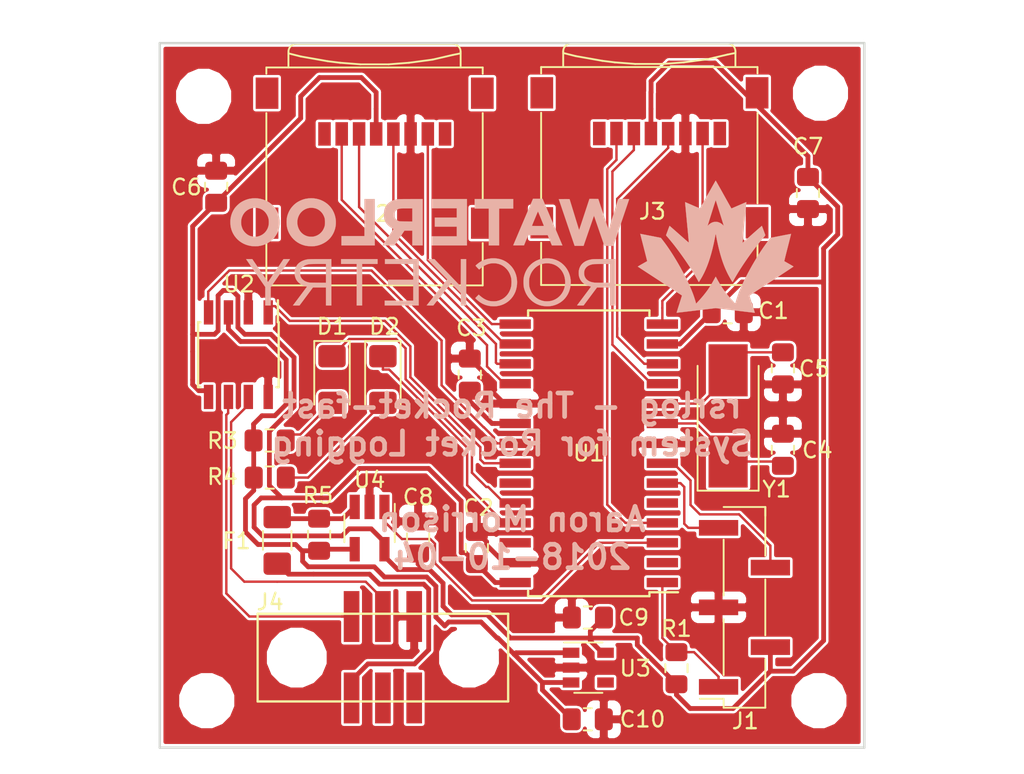
<source format=kicad_pcb>
(kicad_pcb (version 20171130) (host pcbnew 5.0.0)
  (layers (0 F.Cu signal) (31 B.Cu signal) (34 B.Paste user) (35 F.Paste user) (36 B.SilkS user) (37 F.SilkS user) (38 B.Mask user) (39 F.Mask user hide) (44 Edge.Cuts user))
  (net 0 "")
  (net 1 GND)
  (net 2 +3V3)
  (net 3 "Net-(C3-Pad1)")
  (net 4 /OSC1)
  (net 5 /OSC2)
  (net 6 +5V)
  (net 7 "Net-(D1-Pad2)")
  (net 8 "Net-(D1-Pad1)")
  (net 9 "Net-(D2-Pad1)")
  (net 10 "Net-(D2-Pad2)")
  (net 11 "Net-(F1-Pad1)")
  (net 12 "Net-(F1-Pad2)")
  (net 13 /ICSPDAT)
  (net 14 /~MCLR)
  (net 15 /ICSPCLK)
  (net 16 "Net-(J2-Pad9)")
  (net 17 "Net-(J2-Pad8)")
  (net 18 "Net-(J2-Pad1)")
  (net 19 "Net-(J3-Pad1)")
  (net 20 "Net-(J3-Pad8)")
  (net 21 "Net-(J3-Pad9)")
  (net 22 CANL)
  (net 23 "Net-(J4-Pad5)")
  (net 24 CANH)
  (net 25 CURR_AMP)
  (net 26 "Net-(U1-Pad5)")
  (net 27 /CANTX)
  (net 28 /CANRX)
  (net 29 "Net-(U3-Pad4)")
  (net 30 /SD1_CS)
  (net 31 /SD1_MOSI)
  (net 32 /SD1_SCLK)
  (net 33 /SD1_MISO)
  (net 34 /SD2_SCLK)
  (net 35 /SD2_MISO)
  (net 36 /SD2_MOSI)
  (net 37 /SD2_CS)
  (net 38 "Net-(U1-Pad23)")
  (net 39 "Net-(U1-Pad26)")
  (net 40 "Net-(U1-Pad2)")
  (module Capacitor_SMD:C_0805_2012Metric_Pad1.15x1.40mm_HandSolder (layer F.Cu) (at 100.25 82.25 270)
    (fp_text reference C2 (at -2.575 -0.1) (layer F.SilkS))
    (fp_text value 0.1u)
    (pad 1 smd roundrect (at -1.025 0 270) (size 1.15 1.4) (layers F.Cu F.Paste F.Mask) (roundrect_rratio 0.217391) (net 1 GND))
    (pad 2 smd roundrect (at 1.025 0 270) (size 1.15 1.4) (layers F.Cu F.Paste F.Mask) (roundrect_rratio 0.217391) (net 2 +3V3))
  )
  (module Connector_PinHeader_2.54mm:PinHeader_1x05_P2.54mm_Vertical_SMD_Pin1Right (layer F.Cu) (at 117.345 86.04 180)
    (fp_text reference J1 (at -0.055 -7.26 180) (layer F.SilkS))
    (fp_text value Conn_01x05_Female)
    (pad 2 smd rect (at -1.655 -2.54 180) (size 2.51 1) (layers F.Cu F.Paste F.Mask) (net 2 +3V3))
    (pad 4 smd rect (at -1.655 2.54 180) (size 2.51 1) (layers F.Cu F.Paste F.Mask) (net 13 /ICSPDAT))
    (pad 1 smd rect (at 1.655 -5.08 180) (size 2.51 1) (layers F.Cu F.Paste F.Mask) (net 14 /~MCLR))
    (pad 3 smd rect (at 1.655 0 180) (size 2.51 1) (layers F.Cu F.Paste F.Mask) (net 1 GND))
    (pad 5 smd rect (at 1.655 5.08 180) (size 2.51 1) (layers F.Cu F.Paste F.Mask) (net 15 /ICSPCLK))
  )
  (module Package_SO:SOIC-28W_7.5x17.9mm_P1.27mm (layer F.Cu) (at 107.4 76.2 180)
    (fp_text reference U1 (at 0 0 180) (layer F.SilkS))
    (fp_text value DSPIC33EP512GP502)
    (pad 1 smd rect (at -4.7 -8.255 180) (size 2 0.6) (layers F.Cu F.Paste F.Mask) (net 14 /~MCLR))
    (pad 2 smd rect (at -4.7 -6.985 180) (size 2 0.6) (layers F.Cu F.Paste F.Mask) (net 40 "Net-(U1-Pad2)"))
    (pad 3 smd rect (at -4.7 -5.715 180) (size 2 0.6) (layers F.Cu F.Paste F.Mask) (net 25 CURR_AMP))
    (pad 4 smd rect (at -4.7 -4.445 180) (size 2 0.6) (layers F.Cu F.Paste F.Mask) (net 37 /SD2_CS))
    (pad 5 smd rect (at -4.7 -3.175 180) (size 2 0.6) (layers F.Cu F.Paste F.Mask) (net 26 "Net-(U1-Pad5)"))
    (pad 6 smd rect (at -4.7 -1.905 180) (size 2 0.6) (layers F.Cu F.Paste F.Mask) (net 15 /ICSPCLK))
    (pad 7 smd rect (at -4.7 -0.635 180) (size 2 0.6) (layers F.Cu F.Paste F.Mask) (net 13 /ICSPDAT))
    (pad 8 smd rect (at -4.7 0.635 180) (size 2 0.6) (layers F.Cu F.Paste F.Mask) (net 1 GND))
    (pad 9 smd rect (at -4.7 1.905 180) (size 2 0.6) (layers F.Cu F.Paste F.Mask) (net 4 /OSC1))
    (pad 10 smd rect (at -4.7 3.175 180) (size 2 0.6) (layers F.Cu F.Paste F.Mask) (net 5 /OSC2))
    (pad 11 smd rect (at -4.7 4.445 180) (size 2 0.6) (layers F.Cu F.Paste F.Mask) (net 36 /SD2_MOSI))
    (pad 12 smd rect (at -4.7 5.715 180) (size 2 0.6) (layers F.Cu F.Paste F.Mask) (net 35 /SD2_MISO))
    (pad 13 smd rect (at -4.7 6.985 180) (size 2 0.6) (layers F.Cu F.Paste F.Mask) (net 2 +3V3))
    (pad 14 smd rect (at -4.7 8.255 180) (size 2 0.6) (layers F.Cu F.Paste F.Mask) (net 34 /SD2_SCLK))
    (pad 15 smd rect (at 4.7 8.255 180) (size 2 0.6) (layers F.Cu F.Paste F.Mask) (net 33 /SD1_MISO))
    (pad 16 smd rect (at 4.7 6.985 180) (size 2 0.6) (layers F.Cu F.Paste F.Mask) (net 32 /SD1_SCLK))
    (pad 17 smd rect (at 4.7 5.715 180) (size 2 0.6) (layers F.Cu F.Paste F.Mask) (net 31 /SD1_MOSI))
    (pad 18 smd rect (at 4.7 4.445 180) (size 2 0.6) (layers F.Cu F.Paste F.Mask) (net 30 /SD1_CS))
    (pad 19 smd rect (at 4.7 3.175 180) (size 2 0.6) (layers F.Cu F.Paste F.Mask) (net 1 GND))
    (pad 20 smd rect (at 4.7 1.905 180) (size 2 0.6) (layers F.Cu F.Paste F.Mask) (net 3 "Net-(C3-Pad1)"))
    (pad 21 smd rect (at 4.7 0.635 180) (size 2 0.6) (layers F.Cu F.Paste F.Mask) (net 28 /CANRX))
    (pad 22 smd rect (at 4.7 -0.635 180) (size 2 0.6) (layers F.Cu F.Paste F.Mask) (net 27 /CANTX))
    (pad 23 smd rect (at 4.7 -1.905 180) (size 2 0.6) (layers F.Cu F.Paste F.Mask) (net 38 "Net-(U1-Pad23)"))
    (pad 24 smd rect (at 4.7 -3.175 180) (size 2 0.6) (layers F.Cu F.Paste F.Mask) (net 8 "Net-(D1-Pad1)"))
    (pad 25 smd rect (at 4.7 -4.445 180) (size 2 0.6) (layers F.Cu F.Paste F.Mask) (net 9 "Net-(D2-Pad1)"))
    (pad 26 smd rect (at 4.7 -5.715 180) (size 2 0.6) (layers F.Cu F.Paste F.Mask) (net 39 "Net-(U1-Pad26)"))
    (pad 27 smd rect (at 4.7 -6.985 180) (size 2 0.6) (layers F.Cu F.Paste F.Mask) (net 1 GND))
    (pad 28 smd rect (at 4.7 -8.255 180) (size 2 0.6) (layers F.Cu F.Paste F.Mask) (net 2 +3V3))
  )
  (module canhw_footprints:microSD_Molex_WM6698CT-ND (layer F.Cu) (at 118.15 53.175 180)
    (fp_text reference J3 (at 6.69 -7.58 180) (layer F.SilkS))
    (fp_text value Micro_SD_Card)
    (pad 9 smd rect (at 0 0) (size 1.45 2) (layers F.Cu F.Paste F.Mask) (net 21 "Net-(J3-Pad9)"))
    (pad 9 smd rect (at 13.75 0) (size 1.45 2) (layers F.Cu F.Paste F.Mask) (net 21 "Net-(J3-Pad9)"))
    (pad 9 smd rect (at 13.75 -8.3) (size 1.45 2) (layers F.Cu F.Paste F.Mask) (net 21 "Net-(J3-Pad9)"))
    (pad 9 smd rect (at 0 -8.3) (size 1.45 2) (layers F.Cu F.Paste F.Mask) (net 21 "Net-(J3-Pad9)"))
    (pad 8 smd rect (at 2.38 -2.6) (size 0.8 1.5) (layers F.Cu F.Paste F.Mask) (net 20 "Net-(J3-Pad8)"))
    (pad 7 smd rect (at 3.48 -2.6) (size 0.8 1.5) (layers F.Cu F.Paste F.Mask) (net 34 /SD2_SCLK))
    (pad 6 smd rect (at 4.58 -2.6) (size 0.8 1.5) (layers F.Cu F.Paste F.Mask) (net 1 GND))
    (pad 5 smd rect (at 5.68 -2.61) (size 0.8 1.5) (layers F.Cu F.Paste F.Mask) (net 35 /SD2_MISO))
    (pad 4 smd rect (at 6.78 -2.6) (size 0.8 1.5) (layers F.Cu F.Paste F.Mask) (net 2 +3V3))
    (pad 3 smd rect (at 7.87 -2.6) (size 0.8 1.5) (layers F.Cu F.Paste F.Mask) (net 36 /SD2_MOSI))
    (pad 2 smd rect (at 8.98 -2.6) (size 0.8 1.5) (layers F.Cu F.Paste F.Mask) (net 37 /SD2_CS))
    (pad 1 smd rect (at 10.08 -2.6) (size 0.8 1.5) (layers F.Cu F.Paste F.Mask) (net 19 "Net-(J3-Pad1)"))
  )
  (module Package_TO_SOT_SMD:SOT-23-5_HandSoldering (layer F.Cu) (at 93.4 80.975 270)
    (fp_text reference U4 (at -3.075 0) (layer F.SilkS))
    (fp_text value INA180)
    (pad 1 smd rect (at -1.35 -0.95 270) (size 1.56 0.65) (layers F.Cu F.Paste F.Mask) (net 25 CURR_AMP))
    (pad 2 smd rect (at -1.35 0 270) (size 1.56 0.65) (layers F.Cu F.Paste F.Mask) (net 1 GND))
    (pad 3 smd rect (at -1.35 0.95 270) (size 1.56 0.65) (layers F.Cu F.Paste F.Mask) (net 11 "Net-(F1-Pad1)"))
    (pad 4 smd rect (at 1.35 0.95 270) (size 1.56 0.65) (layers F.Cu F.Paste F.Mask) (net 6 +5V))
    (pad 5 smd rect (at 1.35 -0.95 270) (size 1.56 0.65) (layers F.Cu F.Paste F.Mask) (net 2 +3V3))
  )
  (module Package_SO:SOIC-8_3.9x4.9mm_P1.27mm (layer F.Cu) (at 85.02 69.9 270)
    (fp_text reference U2 (at -4.5 -0.035) (layer F.SilkS))
    (fp_text value MCP2562)
    (pad 1 smd rect (at -2.7 -1.905 270) (size 1.55 0.6) (layers F.Cu F.Paste F.Mask) (net 27 /CANTX))
    (pad 2 smd rect (at -2.7 -0.635 270) (size 1.55 0.6) (layers F.Cu F.Paste F.Mask) (net 1 GND))
    (pad 3 smd rect (at -2.7 0.635 270) (size 1.55 0.6) (layers F.Cu F.Paste F.Mask) (net 6 +5V))
    (pad 4 smd rect (at -2.7 1.905 270) (size 1.55 0.6) (layers F.Cu F.Paste F.Mask) (net 28 /CANRX))
    (pad 5 smd rect (at 2.7 1.905 270) (size 1.55 0.6) (layers F.Cu F.Paste F.Mask) (net 2 +3V3))
    (pad 6 smd rect (at 2.7 0.635 270) (size 1.55 0.6) (layers F.Cu F.Paste F.Mask) (net 22 CANL))
    (pad 7 smd rect (at 2.7 -0.635 270) (size 1.55 0.6) (layers F.Cu F.Paste F.Mask) (net 24 CANH))
    (pad 8 smd rect (at 2.7 -1.905 270) (size 1.55 0.6) (layers F.Cu F.Paste F.Mask) (net 1 GND))
  )
  (module MountingHole:MountingHole_3.2mm_M3_ISO7380 (layer F.Cu) (at 122.1 92)
    (fp_text reference REF** hide)
    (fp_text value MountingHole_3.2mm_M3_ISO7380)
    (pad 1 np_thru_hole circle (at 0 0) (size 3.2 3.2) (drill 3.2) (layers *.Cu *.Mask))
  )
  (module Fuse:Fuse_1206_3216Metric_Pad1.42x1.75mm_HandSolder (layer F.Cu) (at 87.5 81.7625 270)
    (fp_text reference F1 (at 0.0375 2.6) (layer F.SilkS))
    (fp_text value Polyfuse)
    (pad 1 smd roundrect (at -1.4875 0 270) (size 1.425 1.75) (layers F.Cu F.Paste F.Mask) (roundrect_rratio 0.175439) (net 11 "Net-(F1-Pad1)"))
    (pad 2 smd roundrect (at 1.4875 0 270) (size 1.425 1.75) (layers F.Cu F.Paste F.Mask) (roundrect_rratio 0.175439) (net 12 "Net-(F1-Pad2)"))
  )
  (module Capacitor_SMD:C_0805_2012Metric_Pad1.15x1.40mm_HandSolder (layer F.Cu) (at 83.6 59.175 90)
    (fp_text reference C6 (at -0.025 -1.9 180) (layer F.SilkS))
    (fp_text value 4.7uF)
    (pad 2 smd roundrect (at 1.025 0 90) (size 1.15 1.4) (layers F.Cu F.Paste F.Mask) (roundrect_rratio 0.217391) (net 1 GND))
    (pad 1 smd roundrect (at -1.025 0 90) (size 1.15 1.4) (layers F.Cu F.Paste F.Mask) (roundrect_rratio 0.217391) (net 2 +3V3))
  )
  (module Capacitor_SMD:C_0805_2012Metric_Pad1.15x1.40mm_HandSolder (layer F.Cu) (at 107.345 86.69)
    (fp_text reference C9 (at 2.925 0) (layer F.SilkS))
    (fp_text value 4.7u)
    (pad 1 smd roundrect (at -1.025 0) (size 1.15 1.4) (layers F.Cu F.Paste F.Mask) (roundrect_rratio 0.217391) (net 1 GND))
    (pad 2 smd roundrect (at 1.025 0) (size 1.15 1.4) (layers F.Cu F.Paste F.Mask) (roundrect_rratio 0.217391) (net 2 +3V3))
  )
  (module Package_TO_SOT_SMD:SOT-23-5 (layer F.Cu) (at 107.37 89.89)
    (fp_text reference U3 (at 3 0.05) (layer F.SilkS))
    (fp_text value AP2114H-3.3)
    (pad 1 smd rect (at -1.1 -0.95) (size 1.06 0.65) (layers F.Cu F.Paste F.Mask) (net 6 +5V))
    (pad 2 smd rect (at -1.1 0) (size 1.06 0.65) (layers F.Cu F.Paste F.Mask) (net 1 GND))
    (pad 3 smd rect (at -1.1 0.95) (size 1.06 0.65) (layers F.Cu F.Paste F.Mask) (net 6 +5V))
    (pad 4 smd rect (at 1.1 0.95) (size 1.06 0.65) (layers F.Cu F.Paste F.Mask) (net 29 "Net-(U3-Pad4)"))
    (pad 5 smd rect (at 1.1 -0.95) (size 1.06 0.65) (layers F.Cu F.Paste F.Mask) (net 2 +3V3))
  )
  (module Capacitor_SMD:C_0805_2012Metric_Pad1.15x1.40mm_HandSolder (layer F.Cu) (at 107.335 93.19 180)
    (fp_text reference C10 (at -3.5 0 180) (layer F.SilkS))
    (fp_text value 4.7u)
    (pad 2 smd roundrect (at 1.025 0 180) (size 1.15 1.4) (layers F.Cu F.Paste F.Mask) (roundrect_rratio 0.217391) (net 6 +5V))
    (pad 1 smd roundrect (at -1.025 0 180) (size 1.15 1.4) (layers F.Cu F.Paste F.Mask) (roundrect_rratio 0.217391) (net 1 GND))
  )
  (module Capacitor_SMD:C_0805_2012Metric_Pad1.15x1.40mm_HandSolder (layer F.Cu) (at 116.275 67.19)
    (fp_text reference C1 (at 2.925 -0.09 180) (layer F.SilkS))
    (fp_text value 0.1u)
    (pad 1 smd roundrect (at -1.025 0) (size 1.15 1.4) (layers F.Cu F.Paste F.Mask) (roundrect_rratio 0.217391) (net 2 +3V3))
    (pad 2 smd roundrect (at 1.025 0) (size 1.15 1.4) (layers F.Cu F.Paste F.Mask) (roundrect_rratio 0.217391) (net 1 GND))
  )
  (module Capacitor_SMD:C_0805_2012Metric_Pad1.15x1.40mm_HandSolder (layer F.Cu) (at 99.8 71.175 90)
    (fp_text reference C3 (at 2.975 0.1 180) (layer F.SilkS))
    (fp_text value 10u)
    (pad 1 smd roundrect (at -1.025 0 90) (size 1.15 1.4) (layers F.Cu F.Paste F.Mask) (roundrect_rratio 0.217391) (net 3 "Net-(C3-Pad1)"))
    (pad 2 smd roundrect (at 1.025 0 90) (size 1.15 1.4) (layers F.Cu F.Paste F.Mask) (roundrect_rratio 0.217391) (net 1 GND))
  )
  (module Capacitor_SMD:C_0805_2012Metric_Pad1.15x1.40mm_HandSolder (layer F.Cu) (at 119.8 75.975 90)
    (fp_text reference C4 (at -0.025 2.2 180) (layer F.SilkS))
    (fp_text value C_Small)
    (pad 1 smd roundrect (at -1.025 0 90) (size 1.15 1.4) (layers F.Cu F.Paste F.Mask) (roundrect_rratio 0.217391) (net 4 /OSC1))
    (pad 2 smd roundrect (at 1.025 0 90) (size 1.15 1.4) (layers F.Cu F.Paste F.Mask) (roundrect_rratio 0.217391) (net 1 GND))
  )
  (module Capacitor_SMD:C_0805_2012Metric_Pad1.15x1.40mm_HandSolder (layer F.Cu) (at 119.8 70.775 270)
    (fp_text reference C5 (at 0.025 -2) (layer F.SilkS))
    (fp_text value C_Small)
    (pad 2 smd roundrect (at 1.025 0 270) (size 1.15 1.4) (layers F.Cu F.Paste F.Mask) (roundrect_rratio 0.217391) (net 1 GND))
    (pad 1 smd roundrect (at -1.025 0 270) (size 1.15 1.4) (layers F.Cu F.Paste F.Mask) (roundrect_rratio 0.217391) (net 5 /OSC2))
  )
  (module Capacitor_SMD:C_0805_2012Metric_Pad1.15x1.40mm_HandSolder (layer F.Cu) (at 121.4 59.575 270)
    (fp_text reference C7 (at -2.975 0) (layer F.SilkS))
    (fp_text value 4.7uF)
    (pad 2 smd roundrect (at 1.025 0 270) (size 1.15 1.4) (layers F.Cu F.Paste F.Mask) (roundrect_rratio 0.217391) (net 1 GND))
    (pad 1 smd roundrect (at -1.025 0 270) (size 1.15 1.4) (layers F.Cu F.Paste F.Mask) (roundrect_rratio 0.217391) (net 2 +3V3))
  )
  (module Capacitor_SMD:C_0805_2012Metric_Pad1.15x1.40mm_HandSolder (layer F.Cu) (at 96.5 81.575 270)
    (fp_text reference C8 (at -2.575 0) (layer F.SilkS))
    (fp_text value 0.1u)
    (pad 2 smd roundrect (at 1.025 0 270) (size 1.15 1.4) (layers F.Cu F.Paste F.Mask) (roundrect_rratio 0.217391) (net 2 +3V3))
    (pad 1 smd roundrect (at -1.025 0 270) (size 1.15 1.4) (layers F.Cu F.Paste F.Mask) (roundrect_rratio 0.217391) (net 1 GND))
  )
  (module LED_SMD:LED_1206_3216Metric_Pad1.42x1.75mm_HandSolder (layer F.Cu) (at 91 71.4875 270)
    (fp_text reference D1 (at -3.3875 0) (layer F.SilkS))
    (fp_text value DEBUG1)
    (pad 2 smd roundrect (at 1.4875 0 270) (size 1.425 1.75) (layers F.Cu F.Paste F.Mask) (roundrect_rratio 0.175439) (net 7 "Net-(D1-Pad2)"))
    (pad 1 smd roundrect (at -1.4875 0 270) (size 1.425 1.75) (layers F.Cu F.Paste F.Mask) (roundrect_rratio 0.175439) (net 8 "Net-(D1-Pad1)"))
  )
  (module LED_SMD:LED_1206_3216Metric_Pad1.42x1.75mm_HandSolder (layer F.Cu) (at 94.25 71.4875 270)
    (fp_text reference D2 (at -3.3875 -0.1) (layer F.SilkS))
    (fp_text value DEBUG2)
    (pad 1 smd roundrect (at -1.4875 0 270) (size 1.425 1.75) (layers F.Cu F.Paste F.Mask) (roundrect_rratio 0.175439) (net 9 "Net-(D2-Pad1)"))
    (pad 2 smd roundrect (at 1.4875 0 270) (size 1.425 1.75) (layers F.Cu F.Paste F.Mask) (roundrect_rratio 0.175439) (net 10 "Net-(D2-Pad2)"))
  )
  (module canhw_footprints:microSD_Molex_WM6698CT-ND (layer F.Cu) (at 100.6 53.2 180)
    (fp_text reference J2 (at 6.73 -7.69) (layer F.SilkS))
    (fp_text value Micro_SD_Card)
    (pad 1 smd rect (at 10.08 -2.6) (size 0.8 1.5) (layers F.Cu F.Paste F.Mask) (net 18 "Net-(J2-Pad1)"))
    (pad 2 smd rect (at 8.98 -2.6) (size 0.8 1.5) (layers F.Cu F.Paste F.Mask) (net 30 /SD1_CS))
    (pad 3 smd rect (at 7.87 -2.6) (size 0.8 1.5) (layers F.Cu F.Paste F.Mask) (net 31 /SD1_MOSI))
    (pad 4 smd rect (at 6.78 -2.6) (size 0.8 1.5) (layers F.Cu F.Paste F.Mask) (net 2 +3V3))
    (pad 5 smd rect (at 5.68 -2.61) (size 0.8 1.5) (layers F.Cu F.Paste F.Mask) (net 32 /SD1_SCLK))
    (pad 6 smd rect (at 4.58 -2.6) (size 0.8 1.5) (layers F.Cu F.Paste F.Mask) (net 1 GND))
    (pad 7 smd rect (at 3.48 -2.6) (size 0.8 1.5) (layers F.Cu F.Paste F.Mask) (net 33 /SD1_MISO))
    (pad 8 smd rect (at 2.38 -2.6) (size 0.8 1.5) (layers F.Cu F.Paste F.Mask) (net 17 "Net-(J2-Pad8)"))
    (pad 9 smd rect (at 0 -8.3) (size 1.45 2) (layers F.Cu F.Paste F.Mask) (net 16 "Net-(J2-Pad9)"))
    (pad 9 smd rect (at 13.75 -8.3) (size 1.45 2) (layers F.Cu F.Paste F.Mask) (net 16 "Net-(J2-Pad9)"))
    (pad 9 smd rect (at 13.75 0) (size 1.45 2) (layers F.Cu F.Paste F.Mask) (net 16 "Net-(J2-Pad9)"))
    (pad 9 smd rect (at 0 0) (size 1.45 2) (layers F.Cu F.Paste F.Mask) (net 16 "Net-(J2-Pad9)"))
  )
  (module canhw_footprints:connector_Harwin_M80-4120642-ND (layer F.Cu) (at 94.25 85 180)
    (fp_text reference J4 (at 7.2 -0.7 180) (layer F.SilkS))
    (fp_text value "BUS CONN")
    (pad 3 smd rect (at -2 -1.625) (size 1 3.25) (layers F.Cu F.Paste F.Mask) (net 1 GND))
    (pad 2 smd rect (at 0 -1.625) (size 1 3.25) (layers F.Cu F.Paste F.Mask) (net 24 CANH))
    (pad 1 smd rect (at 2 -1.625) (size 1 3.25) (layers F.Cu F.Paste F.Mask) (net 22 CANL))
    (pad 6 smd rect (at -2 -6.825) (size 1 3.25) (layers F.Cu F.Paste F.Mask))
    (pad 5 smd rect (at 0 -6.825) (size 1 3.25) (layers F.Cu F.Paste F.Mask) (net 23 "Net-(J4-Pad5)"))
    (pad 4 smd rect (at 2 -6.825) (size 1 3.25) (layers F.Cu F.Paste F.Mask) (net 12 "Net-(F1-Pad2)"))
    (pad "" np_thru_hole circle (at 5.5 -4.25) (size 3.5 3.5) (drill 3.5) (layers *.Cu *.Mask))
    (pad "" np_thru_hole circle (at -5.5 -4.25) (size 3.5 3.5) (drill 3.5) (layers *.Cu *.Mask))
  )
  (module Resistor_SMD:R_0805_2012Metric_Pad1.15x1.40mm_HandSolder (layer F.Cu) (at 113 89.925 90)
    (fp_text reference R1 (at 2.525 0 180) (layer F.SilkS))
    (fp_text value 10K)
    (pad 1 smd roundrect (at -1.025 0 90) (size 1.15 1.4) (layers F.Cu F.Paste F.Mask) (roundrect_rratio 0.217391) (net 2 +3V3))
    (pad 2 smd roundrect (at 1.025 0 90) (size 1.15 1.4) (layers F.Cu F.Paste F.Mask) (roundrect_rratio 0.217391) (net 14 /~MCLR))
  )
  (module Resistor_SMD:R_0805_2012Metric_Pad1.15x1.40mm_HandSolder (layer F.Cu) (at 87.015 75.38)
    (fp_text reference R3 (at -3.015 0.02 180) (layer F.SilkS))
    (fp_text value 330)
    (pad 2 smd roundrect (at 1.025 0) (size 1.15 1.4) (layers F.Cu F.Paste F.Mask) (roundrect_rratio 0.217391) (net 7 "Net-(D1-Pad2)"))
    (pad 1 smd roundrect (at -1.025 0) (size 1.15 1.4) (layers F.Cu F.Paste F.Mask) (roundrect_rratio 0.217391) (net 6 +5V))
  )
  (module Resistor_SMD:R_0805_2012Metric_Pad1.15x1.40mm_HandSolder (layer F.Cu) (at 87.025 77.75)
    (fp_text reference R4 (at -3.025 -0.05 180) (layer F.SilkS))
    (fp_text value 330)
    (pad 1 smd roundrect (at -1.025 0) (size 1.15 1.4) (layers F.Cu F.Paste F.Mask) (roundrect_rratio 0.217391) (net 6 +5V))
    (pad 2 smd roundrect (at 1.025 0) (size 1.15 1.4) (layers F.Cu F.Paste F.Mask) (roundrect_rratio 0.217391) (net 10 "Net-(D2-Pad2)"))
  )
  (module Resistor_SMD:R_0805_2012Metric_Pad1.15x1.40mm_HandSolder (layer F.Cu) (at 90.175 81.4 90)
    (fp_text reference R5 (at 2.5 -0.075 180) (layer F.SilkS))
    (fp_text value 62mOhm)
    (pad 2 smd roundrect (at 1.025 0 90) (size 1.15 1.4) (layers F.Cu F.Paste F.Mask) (roundrect_rratio 0.217391) (net 11 "Net-(F1-Pad1)"))
    (pad 1 smd roundrect (at -1.025 0 90) (size 1.15 1.4) (layers F.Cu F.Paste F.Mask) (roundrect_rratio 0.217391) (net 6 +5V))
  )
  (module Crystal:Crystal_SMD_0603-2Pin_6.0x3.5mm_HandSoldering (layer F.Cu) (at 116.3 73.8125 90)
    (fp_text reference Y1 (at -4.6875 3.1 180) (layer F.SilkS))
    (fp_text value Crystal)
    (pad 1 smd rect (at -2.9125 0 90) (size 3.325 2.5) (layers F.Cu F.Paste F.Mask) (net 4 /OSC1))
    (pad 2 smd rect (at 2.9125 0 90) (size 3.325 2.5) (layers F.Cu F.Paste F.Mask) (net 5 /OSC2))
  )
  (module MountingHole:MountingHole_3.2mm_M3_ISO7380 (layer F.Cu) (at 82.8 53.4)
    (fp_text reference REF** hide)
    (fp_text value MountingHole_3.2mm_M3_ISO7380)
    (pad 1 np_thru_hole circle (at 0 0) (size 3.2 3.2) (drill 3.2) (layers *.Cu *.Mask))
  )
  (module MountingHole:MountingHole_3.2mm_M3_ISO7380 (layer F.Cu) (at 122.2 53.2)
    (fp_text reference REF** hide)
    (fp_text value MountingHole_3.2mm_M3_ISO7380)
    (pad 1 np_thru_hole circle (at 0 0) (size 3.2 3.2) (drill 3.2) (layers *.Cu *.Mask))
  )
  (module MountingHole:MountingHole_3.2mm_M3_ISO7380 (layer F.Cu) (at 83 92)
    (fp_text reference REF** hide)
    (fp_text value MountingHole_3.2mm_M3_ISO7380)
    (pad 1 np_thru_hole circle (at 0 0) (size 3.2 3.2) (drill 3.2) (layers *.Cu *.Mask))
  )
  (module wrt_team_logo:Logo_Horizontal_Silkscreen_10mm (layer B.Cu) (at 102.5 63 180)
    (fp_text reference G*** hide)
    (fp_text value LOGO hide)
  )
  (gr_text "rsrlog - The Rocket-fast\nSystem for Rocket Logging\n\nAaron Morrison\n2018-10-04" (at 102.5 78) (layer B.SilkS) (effects (font (size 1.5 1.5) (thickness 0.3)) (justify mirror)))
  (gr_line (start 80 95) (end 80 50) (layer Edge.Cuts) (width 0.15))
  (gr_line (start 125 95) (end 80 95) (layer Edge.Cuts) (width 0.15))
  (gr_line (start 125 50) (end 125 95) (layer Edge.Cuts) (width 0.15))
  (gr_line (start 80 50) (end 125 50) (layer Edge.Cuts) (width 0.15))
  (segment (start 99.8 70.15) (end 101.092 71.442) (width 0.306) (layer F.Cu) (net 1))
  (segment (start 102 73.025) (end 102.7 73.025) (width 0.306) (layer F.Cu) (net 1))
  (segment (start 101.092 72.117) (end 102 73.025) (width 0.306) (layer F.Cu) (net 1))
  (segment (start 101.092 71.442) (end 101.092 72.117) (width 0.306) (layer F.Cu) (net 1))
  (segment (start 102 83.185) (end 102.7 83.185) (width 0.306) (layer F.Cu) (net 1))
  (segment (start 100.873372 82.058372) (end 102 83.185) (width 0.306) (layer F.Cu) (net 1))
  (segment (start 100.873372 81.848372) (end 100.873372 82.058372) (width 0.306) (layer F.Cu) (net 1))
  (segment (start 100.25 81.225) (end 100.873372 81.848372) (width 0.306) (layer F.Cu) (net 1))
  (segment (start 92.876 52.2) (end 93.82 53.144) (width 0.306) (layer F.Cu) (net 2))
  (segment (start 89 53.4) (end 90.2 52.2) (width 0.306) (layer F.Cu) (net 2))
  (segment (start 93.82 53.144) (end 93.82 54.2) (width 0.306) (layer F.Cu) (net 2))
  (segment (start 89 54.8) (end 89 53.4) (width 0.306) (layer F.Cu) (net 2))
  (segment (start 90.2 52.2) (end 92.876 52.2) (width 0.306) (layer F.Cu) (net 2))
  (segment (start 83.6 60.2) (end 89 54.8) (width 0.306) (layer F.Cu) (net 2))
  (segment (start 122.4 63.12) (end 123.3 62.22) (width 0.306) (layer F.Cu) (net 2))
  (segment (start 123.3 60.45) (end 121.4 58.55) (width 0.306) (layer F.Cu) (net 2))
  (segment (start 123.3 62.22) (end 123.3 60.45) (width 0.306) (layer F.Cu) (net 2))
  (segment (start 111.37 53.144) (end 111.38 53.134) (width 0.306) (layer F.Cu) (net 2))
  (segment (start 111.37 54.2) (end 111.37 53.144) (width 0.306) (layer F.Cu) (net 2))
  (segment (start 111.38 53.134) (end 111.38 52.43) (width 0.306) (layer F.Cu) (net 2))
  (segment (start 111.38 52.43) (end 112.54 51.27) (width 0.306) (layer F.Cu) (net 2))
  (segment (start 112.54 51.27) (end 115.45 51.27) (width 0.306) (layer F.Cu) (net 2))
  (segment (start 121.4 57.22) (end 121.4 58.55) (width 0.306) (layer F.Cu) (net 2))
  (segment (start 115.45 51.27) (end 121.4 57.22) (width 0.306) (layer F.Cu) (net 2))
  (segment (start 83.6 60.2) (end 82.1 61.7) (width 0.306) (layer F.Cu) (net 2))
  (segment (start 108.265 88.94) (end 108.47 88.94) (width 0.306) (layer F.Cu) (net 2))
  (segment (start 107.5 88.175) (end 108.265 88.94) (width 0.306) (layer F.Cu) (net 2))
  (segment (start 107.5 88) (end 107.5 88.175) (width 0.306) (layer F.Cu) (net 2))
  (segment (start 107.5 87.56) (end 108.37 86.69) (width 0.306) (layer F.Cu) (net 2))
  (segment (start 107.5 88) (end 107.5 87.56) (width 0.306) (layer F.Cu) (net 2))
  (segment (start 107.5 88) (end 110.5 88) (width 0.306) (layer F.Cu) (net 2))
  (segment (start 110.5 88.45) (end 113 90.95) (width 0.306) (layer F.Cu) (net 2))
  (segment (start 110.5 88) (end 110.5 88.45) (width 0.306) (layer F.Cu) (net 2))
  (segment (start 113 91.625) (end 113.875 92.5) (width 0.306) (layer F.Cu) (net 2))
  (segment (start 113 90.95) (end 113 91.625) (width 0.306) (layer F.Cu) (net 2))
  (segment (start 113.875 92.5) (end 116.615802 92.5) (width 0.306) (layer F.Cu) (net 2))
  (segment (start 119 88.58) (end 119 90.115802) (width 0.306) (layer F.Cu) (net 2))
  (segment (start 116.615802 92.5) (end 119 90.115802) (width 0.306) (layer F.Cu) (net 2))
  (segment (start 82.1 71.811) (end 82.1 71.5) (width 0.306) (layer F.Cu) (net 2))
  (segment (start 82.489 72.2) (end 82.1 71.811) (width 0.306) (layer F.Cu) (net 2))
  (segment (start 83.095 72.2) (end 82.489 72.2) (width 0.306) (layer F.Cu) (net 2))
  (segment (start 82.1 69.7) (end 82.1 71.5) (width 0.306) (layer F.Cu) (net 2))
  (segment (start 82.1 61.7) (end 82.1 68) (width 0.306) (layer F.Cu) (net 2))
  (segment (start 94.35 82.78) (end 94.35 82.325) (width 0.306) (layer F.Cu) (net 2))
  (segment (start 95.195 83.625) (end 94.35 82.78) (width 0.306) (layer F.Cu) (net 2))
  (segment (start 97.224138 83.625) (end 95.195 83.625) (width 0.306) (layer F.Cu) (net 2))
  (segment (start 97.759009 84.159871) (end 97.224138 83.625) (width 0.306) (layer F.Cu) (net 2))
  (segment (start 97.759009 84.159931) (end 97.759009 84.159871) (width 0.306) (layer F.Cu) (net 2))
  (segment (start 102.4 88) (end 100.91599 86.51599) (width 0.306) (layer F.Cu) (net 2))
  (segment (start 100.91599 86.51599) (end 98.64099 86.51599) (width 0.306) (layer F.Cu) (net 2))
  (segment (start 107.5 88) (end 102.4 88) (width 0.306) (layer F.Cu) (net 2))
  (segment (start 98.64099 86.51599) (end 98.093019 85.968019) (width 0.306) (layer F.Cu) (net 2))
  (segment (start 98.093019 85.968019) (end 98.093019 84.493941) (width 0.306) (layer F.Cu) (net 2))
  (segment (start 98.093019 84.493941) (end 97.759009 84.159931) (width 0.306) (layer F.Cu) (net 2))
  (segment (start 92.755598 77.167618) (end 90.873216 79.05) (width 0.306) (layer F.Cu) (net 2))
  (segment (start 97.167618 77.167618) (end 92.755598 77.167618) (width 0.306) (layer F.Cu) (net 2))
  (segment (start 99.25 79.25) (end 97.167618 77.167618) (width 0.306) (layer F.Cu) (net 2))
  (segment (start 99.525 82.55) (end 99.25 82.55) (width 0.306) (layer F.Cu) (net 2))
  (segment (start 99.25 82.55) (end 99.25 79.25) (width 0.306) (layer F.Cu) (net 2))
  (segment (start 90.873216 79.05) (end 87.78868 79.05) (width 0.306) (layer F.Cu) (net 2))
  (segment (start 100.25 83.275) (end 99.525 82.55) (width 0.306) (layer F.Cu) (net 2))
  (segment (start 96.5 83.275) (end 96.85 83.625) (width 0.306) (layer F.Cu) (net 2))
  (segment (start 96.85 83.625) (end 97.224138 83.625) (width 0.306) (layer F.Cu) (net 2))
  (segment (start 96.5 82.6) (end 96.5 83.275) (width 0.306) (layer F.Cu) (net 2))
  (segment (start 87.78868 79.05) (end 86.475 79.05) (width 0.306) (layer F.Cu) (net 2))
  (segment (start 86.475 79.05) (end 86.025 79.5) (width 0.306) (layer F.Cu) (net 2))
  (segment (start 86.025 79.5) (end 86.025 80.925) (width 0.306) (layer F.Cu) (net 2))
  (segment (start 86.025 80.925) (end 86.575 81.475) (width 0.306) (layer F.Cu) (net 2))
  (segment (start 91.644198 81.475) (end 92.094198 81.025) (width 0.306) (layer F.Cu) (net 2))
  (segment (start 86.575 81.475) (end 91.644198 81.475) (width 0.306) (layer F.Cu) (net 2))
  (segment (start 94.35 81.87) (end 94.35 82.325) (width 0.306) (layer F.Cu) (net 2))
  (segment (start 93.505 81.025) (end 94.35 81.87) (width 0.306) (layer F.Cu) (net 2))
  (segment (start 92.094198 81.025) (end 93.505 81.025) (width 0.306) (layer F.Cu) (net 2))
  (segment (start 82.1 68.6) (end 82.1 69.7) (width 0.306) (layer F.Cu) (net 2))
  (segment (start 82.1 68) (end 82.1 68.6) (width 0.306) (layer F.Cu) (net 2))
  (segment (start 87 74.79994) (end 87 78.26132) (width 0.306) (layer F.Cu) (net 2))
  (segment (start 88.575 73.22494) (end 87 74.79994) (width 0.306) (layer F.Cu) (net 2))
  (segment (start 88.575 70.075) (end 88.575 73.22494) (width 0.306) (layer F.Cu) (net 2))
  (segment (start 85.429198 68.6) (end 87.1 68.6) (width 0.306) (layer F.Cu) (net 2))
  (segment (start 84.991001 66.166001) (end 84.991001 68.161803) (width 0.306) (layer F.Cu) (net 2))
  (segment (start 83.5 68.6) (end 83.725 68.375) (width 0.306) (layer F.Cu) (net 2))
  (segment (start 83.725 66.125) (end 84.05 65.8) (width 0.306) (layer F.Cu) (net 2))
  (segment (start 87.1 68.6) (end 88.575 70.075) (width 0.306) (layer F.Cu) (net 2))
  (segment (start 84.991001 68.161803) (end 85.429198 68.6) (width 0.306) (layer F.Cu) (net 2))
  (segment (start 82.1 68.6) (end 83.5 68.6) (width 0.306) (layer F.Cu) (net 2))
  (segment (start 84.05 65.8) (end 84.625 65.8) (width 0.306) (layer F.Cu) (net 2))
  (segment (start 87 78.26132) (end 87.78868 79.05) (width 0.306) (layer F.Cu) (net 2))
  (segment (start 83.725 68.375) (end 83.725 66.125) (width 0.306) (layer F.Cu) (net 2))
  (segment (start 84.625 65.8) (end 84.991001 66.166001) (width 0.306) (layer F.Cu) (net 2))
  (segment (start 115.25 67.19) (end 117.18 65.26) (width 0.306) (layer F.Cu) (net 2))
  (segment (start 117.18 65.26) (end 122.4 65.26) (width 0.306) (layer F.Cu) (net 2))
  (segment (start 122.4 65.26) (end 122.4 63.12) (width 0.306) (layer F.Cu) (net 2))
  (segment (start 111.37 54.2) (end 111.37 55.775) (width 0.306) (layer F.Cu) (net 2))
  (segment (start 93.82 54.2) (end 93.82 55.8) (width 0.306) (layer F.Cu) (net 2))
  (segment (start 101.43 84.455) (end 102.7 84.455) (width 0.306) (layer F.Cu) (net 2))
  (segment (start 100.25 83.275) (end 101.43 84.455) (width 0.306) (layer F.Cu) (net 2))
  (segment (start 122.4 65.41) (end 122.4 65.26) (width 0.306) (layer F.Cu) (net 2))
  (segment (start 119 90.115802) (end 120.450198 90.115802) (width 0.306) (layer F.Cu) (net 2))
  (segment (start 122.4 88.166) (end 122.4 65.41) (width 0.306) (layer F.Cu) (net 2))
  (segment (start 120.450198 90.115802) (end 122.4 88.166) (width 0.306) (layer F.Cu) (net 2))
  (segment (start 114.626628 67.813372) (end 115.25 67.19) (width 0.306) (layer F.Cu) (net 2))
  (segment (start 113.225 69.215) (end 114.626628 67.813372) (width 0.306) (layer F.Cu) (net 2))
  (segment (start 112.1 69.215) (end 113.225 69.215) (width 0.306) (layer F.Cu) (net 2))
  (segment (start 101.394 74.295) (end 102.7 74.295) (width 0.306) (layer F.Cu) (net 3))
  (segment (start 101.22 74.295) (end 101.394 74.295) (width 0.306) (layer F.Cu) (net 3))
  (segment (start 99.8 72.875) (end 101.22 74.295) (width 0.306) (layer F.Cu) (net 3))
  (segment (start 99.8 72.2) (end 99.8 72.875) (width 0.306) (layer F.Cu) (net 3))
  (segment (start 119.525 76.725) (end 119.8 77) (width 0.153) (layer F.Cu) (net 4))
  (segment (start 116.3 76.725) (end 119.525 76.725) (width 0.153) (layer F.Cu) (net 4))
  (segment (start 116.3 76.3125) (end 116.3 76.725) (width 0.153) (layer F.Cu) (net 4))
  (segment (start 114.2825 74.295) (end 116.3 76.3125) (width 0.153) (layer F.Cu) (net 4))
  (segment (start 112.1 74.295) (end 114.2825 74.295) (width 0.153) (layer F.Cu) (net 4))
  (segment (start 117.45 69.75) (end 116.3 70.9) (width 0.153) (layer F.Cu) (net 5))
  (segment (start 119.8 69.75) (end 117.45 69.75) (width 0.153) (layer F.Cu) (net 5))
  (segment (start 116.3 71.3125) (end 116.3 70.9) (width 0.153) (layer F.Cu) (net 5))
  (segment (start 114.5875 73.025) (end 116.3 71.3125) (width 0.153) (layer F.Cu) (net 5))
  (segment (start 112.1 73.025) (end 114.5875 73.025) (width 0.153) (layer F.Cu) (net 5))
  (segment (start 102.76 88.94) (end 106.27 88.94) (width 0.306) (layer F.Cu) (net 6))
  (segment (start 102.65 89.05) (end 102.76 88.94) (width 0.306) (layer F.Cu) (net 6))
  (segment (start 104.44 90.84) (end 106.27 90.84) (width 0.306) (layer F.Cu) (net 6))
  (segment (start 102.65 89.05) (end 104.44 90.84) (width 0.306) (layer F.Cu) (net 6))
  (segment (start 104.44 91.32) (end 106.31 93.19) (width 0.306) (layer F.Cu) (net 6))
  (segment (start 104.44 90.84) (end 104.44 91.32) (width 0.306) (layer F.Cu) (net 6))
  (segment (start 86 75) (end 86 77.75) (width 0.306) (layer F.Cu) (net 6))
  (segment (start 101.6 88) (end 102.65 89.05) (width 0.306) (layer F.Cu) (net 6))
  (segment (start 101.542882 88) (end 101.6 88) (width 0.306) (layer F.Cu) (net 6))
  (segment (start 100.517882 86.975) (end 101.542882 88) (width 0.306) (layer F.Cu) (net 6))
  (segment (start 97.3 84.35) (end 97.3 84.35006) (width 0.306) (layer F.Cu) (net 6))
  (segment (start 89.125 83.1) (end 89.475 83.45) (width 0.306) (layer F.Cu) (net 6))
  (segment (start 89.125 82.475) (end 89.125 83.1) (width 0.306) (layer F.Cu) (net 6))
  (segment (start 97.3 84.35006) (end 97.63401 84.68407) (width 0.306) (layer F.Cu) (net 6))
  (segment (start 97.63401 84.68407) (end 97.63401 86.65901) (width 0.306) (layer F.Cu) (net 6))
  (segment (start 89.475 83.45) (end 93.7 83.45) (width 0.306) (layer F.Cu) (net 6))
  (segment (start 93.7 83.45) (end 94.35 84.1) (width 0.306) (layer F.Cu) (net 6))
  (segment (start 97.05 84.1) (end 97.3 84.35) (width 0.306) (layer F.Cu) (net 6))
  (segment (start 98.2 87.225) (end 98.45 86.975) (width 0.306) (layer F.Cu) (net 6))
  (segment (start 94.35 84.1) (end 97.05 84.1) (width 0.306) (layer F.Cu) (net 6))
  (segment (start 97.63401 86.65901) (end 98.2 87.225) (width 0.306) (layer F.Cu) (net 6))
  (segment (start 98.45 86.975) (end 100.517882 86.975) (width 0.306) (layer F.Cu) (net 6))
  (segment (start 89.175 82.425) (end 90.45 82.425) (width 0.306) (layer F.Cu) (net 6))
  (segment (start 89.125 82.475) (end 89.175 82.425) (width 0.306) (layer F.Cu) (net 6))
  (segment (start 90.275 82.325) (end 90.175 82.425) (width 0.306) (layer F.Cu) (net 6))
  (segment (start 92.45 82.325) (end 90.275 82.325) (width 0.306) (layer F.Cu) (net 6))
  (segment (start 89.125 82.475) (end 88.675 82.025) (width 0.306) (layer F.Cu) (net 6))
  (segment (start 88.675 82.025) (end 86.275 82.025) (width 0.306) (layer F.Cu) (net 6))
  (segment (start 86.275 82.025) (end 85.475 81.225) (width 0.306) (layer F.Cu) (net 6))
  (segment (start 85.475 81.225) (end 85.475 79.1) (width 0.306) (layer F.Cu) (net 6))
  (segment (start 86 78.575) (end 86 77.75) (width 0.306) (layer F.Cu) (net 6))
  (segment (start 85.475 79.1) (end 86 78.575) (width 0.306) (layer F.Cu) (net 6))
  (segment (start 87.350802 73.8) (end 86.53 73.8) (width 0.306) (layer F.Cu) (net 6))
  (segment (start 84.385 68.281) (end 85.16301 69.05901) (width 0.306) (layer F.Cu) (net 6))
  (segment (start 86.53 73.8) (end 85.99 74.34) (width 0.306) (layer F.Cu) (net 6))
  (segment (start 88.075 70.225) (end 88.075 73.075802) (width 0.306) (layer F.Cu) (net 6))
  (segment (start 85.16301 69.05901) (end 86.90901 69.05901) (width 0.306) (layer F.Cu) (net 6))
  (segment (start 84.385 67.2) (end 84.385 68.281) (width 0.306) (layer F.Cu) (net 6))
  (segment (start 86.90901 69.05901) (end 88.075 70.225) (width 0.306) (layer F.Cu) (net 6))
  (segment (start 85.99 74.34) (end 85.99 75.38) (width 0.306) (layer F.Cu) (net 6))
  (segment (start 88.075 73.075802) (end 87.350802 73.8) (width 0.306) (layer F.Cu) (net 6))
  (segment (start 88.975 75) (end 91 72.975) (width 0.153) (layer F.Cu) (net 7))
  (segment (start 88.05 75) (end 88.975 75) (width 0.153) (layer F.Cu) (net 7))
  (segment (start 91 70) (end 92.1 68.9) (width 0.153) (layer F.Cu) (net 8))
  (segment (start 92.1 68.9) (end 95.1 68.9) (width 0.153) (layer F.Cu) (net 8))
  (segment (start 95.1 68.9) (end 95.7 69.5) (width 0.153) (layer F.Cu) (net 8))
  (segment (start 95.7 69.5) (end 95.7 71.467238) (width 0.153) (layer F.Cu) (net 8))
  (segment (start 98.806008 74.582296) (end 99.93852 75.714807) (width 0.153) (layer F.Cu) (net 8))
  (segment (start 95.7 71.467238) (end 98.806008 74.573246) (width 0.153) (layer F.Cu) (net 8))
  (segment (start 98.806008 74.573246) (end 98.806008 74.582296) (width 0.153) (layer F.Cu) (net 8))
  (segment (start 99.93852 75.714807) (end 99.93852 77.43852) (width 0.153) (layer F.Cu) (net 8))
  (segment (start 99.93852 77.43852) (end 100.85 78.35) (width 0.153) (layer F.Cu) (net 8))
  (segment (start 100.975 78.35) (end 102 79.375) (width 0.153) (layer F.Cu) (net 8))
  (segment (start 102 79.375) (end 102.7 79.375) (width 0.153) (layer F.Cu) (net 8))
  (segment (start 100.85 78.35) (end 100.975 78.35) (width 0.153) (layer F.Cu) (net 8))
  (segment (start 94.25 70) (end 94.25 70.85) (width 0.153) (layer F.Cu) (net 9))
  (segment (start 94.25 70.85) (end 94.65 70.85) (width 0.153) (layer F.Cu) (net 9))
  (segment (start 98.5 74.70905) (end 99.63251 75.84156) (width 0.153) (layer F.Cu) (net 9))
  (segment (start 94.65 70.85) (end 98.5 74.7) (width 0.153) (layer F.Cu) (net 9))
  (segment (start 98.5 74.7) (end 98.5 74.70905) (width 0.153) (layer F.Cu) (net 9))
  (segment (start 99.63251 75.84156) (end 99.63251 78.23251) (width 0.153) (layer F.Cu) (net 9))
  (segment (start 99.63251 78.23251) (end 101.02 79.62) (width 0.153) (layer F.Cu) (net 9))
  (segment (start 102 80.645) (end 102.7 80.645) (width 0.153) (layer F.Cu) (net 9))
  (segment (start 101.02 79.665) (end 102 80.645) (width 0.153) (layer F.Cu) (net 9))
  (segment (start 101.02 79.62) (end 101.02 79.665) (width 0.153) (layer F.Cu) (net 9))
  (segment (start 89.475 77.75) (end 94.25 72.975) (width 0.153) (layer F.Cu) (net 10))
  (segment (start 88.05 77.75) (end 89.475 77.75) (width 0.153) (layer F.Cu) (net 10))
  (segment (start 87.6 80.375) (end 87.5 80.275) (width 0.306) (layer F.Cu) (net 11))
  (segment (start 90.45 80.375) (end 87.6 80.375) (width 0.306) (layer F.Cu) (net 11))
  (segment (start 91.7 80.375) (end 92.45 79.625) (width 0.306) (layer F.Cu) (net 11))
  (segment (start 90.175 80.375) (end 91.7 80.375) (width 0.306) (layer F.Cu) (net 11))
  (segment (start 92.25 90.7) (end 92.25 91.825) (width 0.306) (layer F.Cu) (net 12))
  (segment (start 93.3 89.65) (end 92.25 90.7) (width 0.306) (layer F.Cu) (net 12))
  (segment (start 97.175 88.75) (end 96.275 89.65) (width 0.306) (layer F.Cu) (net 12))
  (segment (start 89.821347 83.921347) (end 93.396347 83.921347) (width 0.306) (layer F.Cu) (net 12))
  (segment (start 96.275 89.65) (end 93.3 89.65) (width 0.306) (layer F.Cu) (net 12))
  (segment (start 93.396347 83.921347) (end 94.03401 84.55901) (width 0.306) (layer F.Cu) (net 12))
  (segment (start 94.03401 84.55901) (end 96.859812 84.55901) (width 0.306) (layer F.Cu) (net 12))
  (segment (start 96.859812 84.55901) (end 97.175 84.874198) (width 0.306) (layer F.Cu) (net 12))
  (segment (start 97.175 84.874198) (end 97.175 88.75) (width 0.306) (layer F.Cu) (net 12))
  (segment (start 87.5 83.25) (end 87.55 83.25) (width 0.306) (layer F.Cu) (net 12))
  (segment (start 88.221347 83.921347) (end 89.821347 83.921347) (width 0.306) (layer F.Cu) (net 12))
  (segment (start 87.55 83.25) (end 88.221347 83.921347) (width 0.306) (layer F.Cu) (net 12))
  (segment (start 112.8 76.835) (end 113.9 77.935) (width 0.153) (layer F.Cu) (net 13))
  (segment (start 112.1 76.835) (end 112.8 76.835) (width 0.153) (layer F.Cu) (net 13))
  (segment (start 113.9 77.935) (end 113.9 79.5) (width 0.153) (layer F.Cu) (net 13))
  (segment (start 119 82.101898) (end 119 83.5) (width 0.153) (layer F.Cu) (net 13))
  (segment (start 113.9 79.5) (end 114.5 80.1) (width 0.153) (layer F.Cu) (net 13))
  (segment (start 114.5 80.1) (end 116.998102 80.1) (width 0.153) (layer F.Cu) (net 13))
  (segment (start 116.998102 80.1) (end 119 82.101898) (width 0.153) (layer F.Cu) (net 13))
  (segment (start 114.123 88.9) (end 113.8 88.9) (width 0.153) (layer F.Cu) (net 14))
  (segment (start 115.69 90.467) (end 114.123 88.9) (width 0.153) (layer F.Cu) (net 14))
  (segment (start 113.8 88.9) (end 113 88.9) (width 0.153) (layer F.Cu) (net 14))
  (segment (start 115.69 91.12) (end 115.69 90.467) (width 0.153) (layer F.Cu) (net 14))
  (segment (start 112.1 88) (end 113 88.9) (width 0.153) (layer F.Cu) (net 14))
  (segment (start 112.1 84.455) (end 112.1 88) (width 0.153) (layer F.Cu) (net 14))
  (segment (start 112.1 78.105) (end 113.253 78.105) (width 0.153) (layer F.Cu) (net 15))
  (segment (start 113.76 80.96) (end 115.69 80.96) (width 0.153) (layer F.Cu) (net 15))
  (segment (start 113.5 80.7) (end 113.76 80.96) (width 0.153) (layer F.Cu) (net 15))
  (segment (start 113.5 78.352) (end 113.5 80.7) (width 0.153) (layer F.Cu) (net 15))
  (segment (start 113.253 78.105) (end 113.5 78.352) (width 0.153) (layer F.Cu) (net 15))
  (segment (start 91.597 86.625) (end 92.25 86.625) (width 0.153) (layer F.Cu) (net 22))
  (segment (start 85.725 86.625) (end 92.25 86.625) (width 0.153) (layer F.Cu) (net 22))
  (segment (start 84.25 73.75) (end 84.25 85.15) (width 0.153) (layer F.Cu) (net 22))
  (segment (start 84.25 85.15) (end 85.725 86.625) (width 0.153) (layer F.Cu) (net 22))
  (segment (start 84.365 73.635) (end 84.365 72.2) (width 0.153) (layer F.Cu) (net 22))
  (segment (start 84.25 73.75) (end 84.365 73.635) (width 0.153) (layer F.Cu) (net 22))
  (segment (start 94.25 85.5) (end 94.25 86.625) (width 0.153) (layer F.Cu) (net 24))
  (segment (start 93.15 84.4) (end 94.25 85.5) (width 0.153) (layer F.Cu) (net 24))
  (segment (start 85.635 73.128) (end 84.55601 74.20699) (width 0.153) (layer F.Cu) (net 24))
  (segment (start 85.635 72.2) (end 85.635 73.128) (width 0.153) (layer F.Cu) (net 24))
  (segment (start 84.55601 74.20699) (end 84.55601 83.55601) (width 0.153) (layer F.Cu) (net 24))
  (segment (start 85.4 84.4) (end 87.5 84.4) (width 0.153) (layer F.Cu) (net 24))
  (segment (start 84.55601 83.55601) (end 85.4 84.4) (width 0.153) (layer F.Cu) (net 24))
  (segment (start 87.5 84.4) (end 93.15 84.4) (width 0.153) (layer F.Cu) (net 24))
  (segment (start 108.077 81.915) (end 112.1 81.915) (width 0.153) (layer F.Cu) (net 25))
  (segment (start 104.394 85.598) (end 108.077 81.915) (width 0.153) (layer F.Cu) (net 25))
  (segment (start 99.948 85.598) (end 104.394 85.598) (width 0.153) (layer F.Cu) (net 25))
  (segment (start 94.35 80.558) (end 95.467 81.675) (width 0.153) (layer F.Cu) (net 25))
  (segment (start 97.275 81.675) (end 97.575 81.975) (width 0.153) (layer F.Cu) (net 25))
  (segment (start 94.35 79.625) (end 94.35 80.558) (width 0.153) (layer F.Cu) (net 25))
  (segment (start 95.467 81.675) (end 97.275 81.675) (width 0.153) (layer F.Cu) (net 25))
  (segment (start 97.575 81.975) (end 97.575 83.225) (width 0.153) (layer F.Cu) (net 25))
  (segment (start 97.575 83.225) (end 99.948 85.598) (width 0.153) (layer F.Cu) (net 25))
  (segment (start 87.358 66.8) (end 88.3 67.742) (width 0.153) (layer F.Cu) (net 27))
  (segment (start 96.00601 69.373247) (end 96.00601 71.340486) (width 0.153) (layer F.Cu) (net 27))
  (segment (start 86.905 66.8) (end 87.358 66.8) (width 0.153) (layer F.Cu) (net 27))
  (segment (start 88.3 67.742) (end 94.374763 67.742) (width 0.153) (layer F.Cu) (net 27))
  (segment (start 94.374763 67.742) (end 96.00601 69.373247) (width 0.153) (layer F.Cu) (net 27))
  (segment (start 96.00601 71.340486) (end 100.475524 75.81) (width 0.153) (layer F.Cu) (net 27))
  (segment (start 100.475524 75.81) (end 100.475524 76.599524) (width 0.153) (layer F.Cu) (net 27))
  (segment (start 100.711 76.835) (end 102.7 76.835) (width 0.153) (layer F.Cu) (net 27))
  (segment (start 100.475524 76.599524) (end 100.711 76.835) (width 0.153) (layer F.Cu) (net 27))
  (segment (start 98 69) (end 98 71.853132) (width 0.153) (layer F.Cu) (net 28))
  (segment (start 98 71.853132) (end 100.686868 74.54) (width 0.153) (layer F.Cu) (net 28))
  (segment (start 83.095 65.872) (end 84.442 64.525) (width 0.153) (layer F.Cu) (net 28))
  (segment (start 83.095 66.8) (end 83.095 65.872) (width 0.153) (layer F.Cu) (net 28))
  (segment (start 93.525 64.525) (end 94.95 65.95) (width 0.153) (layer F.Cu) (net 28))
  (segment (start 84.442 64.525) (end 93.525 64.525) (width 0.153) (layer F.Cu) (net 28))
  (segment (start 94.9 65.9) (end 94.95 65.95) (width 0.153) (layer F.Cu) (net 28))
  (segment (start 94.95 65.95) (end 98 69) (width 0.153) (layer F.Cu) (net 28))
  (segment (start 100.686868 74.54) (end 100.702 74.54) (width 0.153) (layer F.Cu) (net 28))
  (segment (start 100.702 74.54) (end 101.346 75.184) (width 0.153) (layer F.Cu) (net 28))
  (segment (start 101.547 75.565) (end 102.7 75.565) (width 0.153) (layer F.Cu) (net 28))
  (segment (start 101.346 75.364) (end 101.547 75.565) (width 0.153) (layer F.Cu) (net 28))
  (segment (start 101.346 75.184) (end 101.346 75.364) (width 0.153) (layer F.Cu) (net 28))
  (segment (start 108.55 91) (end 108.5 90.95) (width 0.306) (layer F.Cu) (net 29))
  (segment (start 102 71.755) (end 102.7 71.755) (width 0.153) (layer F.Cu) (net 30))
  (segment (start 100.9 69.29) (end 100.9 70.655) (width 0.153) (layer F.Cu) (net 30))
  (segment (start 100.9 70.655) (end 102 71.755) (width 0.153) (layer F.Cu) (net 30))
  (segment (start 91.62 60.01) (end 100.9 69.29) (width 0.153) (layer F.Cu) (net 30))
  (segment (start 91.62 55.8) (end 91.62 60.01) (width 0.153) (layer F.Cu) (net 30))
  (segment (start 101.547 70.485) (end 102.7 70.485) (width 0.153) (layer F.Cu) (net 31))
  (segment (start 101.470499 70.408499) (end 101.547 70.485) (width 0.153) (layer F.Cu) (net 31))
  (segment (start 101.470499 69.212499) (end 101.470499 70.408499) (width 0.153) (layer F.Cu) (net 31))
  (segment (start 92.73 60.472) (end 101.470499 69.212499) (width 0.153) (layer F.Cu) (net 31))
  (segment (start 92.73 55.8) (end 92.73 60.472) (width 0.153) (layer F.Cu) (net 31))
  (segment (start 94.92 62.14) (end 100.97 68.19) (width 0.153) (layer F.Cu) (net 32))
  (segment (start 94.92 62.14) (end 94.92 55.81) (width 0.153) (layer F.Cu) (net 32))
  (segment (start 102 69.215) (end 102.7 69.215) (width 0.153) (layer F.Cu) (net 32))
  (segment (start 100.975 68.19) (end 102 69.215) (width 0.153) (layer F.Cu) (net 32))
  (segment (start 100.97 68.19) (end 100.975 68.19) (width 0.153) (layer F.Cu) (net 32))
  (segment (start 101.205 67.945) (end 102.7 67.945) (width 0.153) (layer F.Cu) (net 33))
  (segment (start 97.12 55.8) (end 97.12 63.86) (width 0.153) (layer F.Cu) (net 33))
  (segment (start 97.12 63.86) (end 101.205 67.945) (width 0.153) (layer F.Cu) (net 33))
  (segment (start 112.1 66.92) (end 112.1 67.945) (width 0.153) (layer F.Cu) (net 34))
  (segment (start 112.1 66.467) (end 112.1 66.92) (width 0.153) (layer F.Cu) (net 34))
  (segment (start 114.67 55.775) (end 114.67 63.897) (width 0.153) (layer F.Cu) (net 34))
  (segment (start 114.67 63.897) (end 112.1 66.467) (width 0.153) (layer F.Cu) (net 34))
  (segment (start 111.4 70.485) (end 112.1 70.485) (width 0.153) (layer F.Cu) (net 35))
  (segment (start 109.21601 59.94799) (end 109.21601 60.198) (width 0.153) (layer F.Cu) (net 35))
  (segment (start 112.47 56.694) (end 109.21601 59.94799) (width 0.153) (layer F.Cu) (net 35))
  (segment (start 112.47 55.785) (end 112.47 56.694) (width 0.153) (layer F.Cu) (net 35))
  (segment (start 109.21601 68.75401) (end 109.21601 68.2) (width 0.153) (layer F.Cu) (net 35))
  (segment (start 110.947 70.485) (end 109.21601 68.75401) (width 0.153) (layer F.Cu) (net 35))
  (segment (start 112.1 70.485) (end 110.947 70.485) (width 0.153) (layer F.Cu) (net 35))
  (segment (start 109.21601 60.198) (end 109.21601 68.2) (width 0.153) (layer F.Cu) (net 35))
  (segment (start 109.21601 68.2) (end 109.21601 68.30101) (width 0.153) (layer F.Cu) (net 35))
  (segment (start 111.4 71.755) (end 112.1 71.755) (width 0.153) (layer F.Cu) (net 36))
  (segment (start 108.91 69.265) (end 111.4 71.755) (width 0.153) (layer F.Cu) (net 36))
  (segment (start 108.91 58.2) (end 108.91 69.265) (width 0.153) (layer F.Cu) (net 36))
  (segment (start 110.28 56.83) (end 108.91 58.2) (width 0.153) (layer F.Cu) (net 36))
  (segment (start 110.28 55.775) (end 110.28 56.83) (width 0.153) (layer F.Cu) (net 36))
  (segment (start 111.4 80.645) (end 112.1 80.645) (width 0.153) (layer F.Cu) (net 37))
  (segment (start 109.745 80.645) (end 112.1 80.645) (width 0.153) (layer F.Cu) (net 37))
  (segment (start 108.58 79.48) (end 109.745 80.645) (width 0.153) (layer F.Cu) (net 37))
  (segment (start 109.17 55.775) (end 109.17 57.46) (width 0.153) (layer F.Cu) (net 37))
  (segment (start 108.58 58.05) (end 108.58 79.48) (width 0.153) (layer F.Cu) (net 37))
  (segment (start 109.17 57.46) (end 108.58 58.05) (width 0.153) (layer F.Cu) (net 37))
  (zone (net 1) (net_name GND) (layer F.Cu) (connect_pads (clearance 0.16)) (min_thickness 0.254) (fill yes (arc_segments 16) (thermal_gap 0.508) (thermal_bridge_width 0.508))
    (polygon (pts (xy 80 50) (xy 125 50) (xy 125 95) (xy 80 95)))
  )
)
</source>
